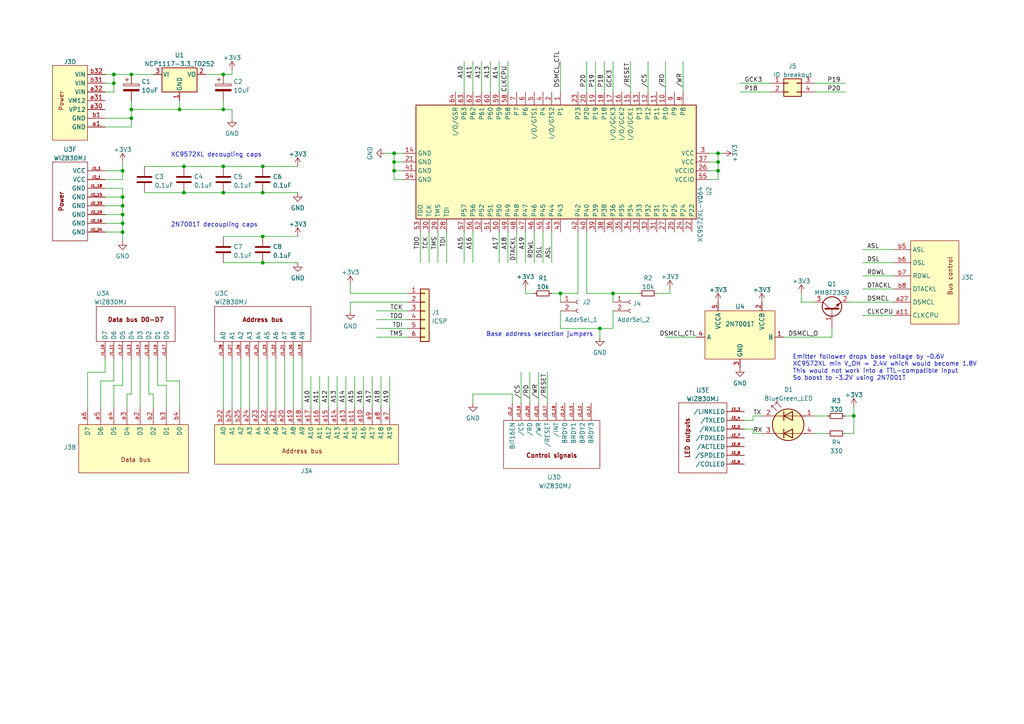
<source format=kicad_sch>
(kicad_sch (version 20211123) (generator eeschema)
  (paper "A4")
  (junction (at 64.77 21.59))
  (junction (at 35.56 49.53))
  (junction (at 35.56 62.23))
  (junction (at 35.56 57.15))
  (junction (at 53.34 55.88))
  (junction (at 53.34 48.26))
  (junction (at 52.07 31.75))
  (junction (at 35.56 67.31))
  (junction (at 177.8 85.09))
  (junction (at 76.2 68.58))
  (junction (at 33.02 24.13))
  (junction (at 173.99 95.25))
  (junction (at 64.77 48.26))
  (junction (at 64.77 55.88))
  (junction (at 35.56 64.77))
  (junction (at 114.3 49.53))
  (junction (at 38.1 31.75))
  (junction (at 35.56 59.69))
  (junction (at 208.28 46.99))
  (junction (at 114.3 46.99))
  (junction (at 64.77 31.75))
  (junction (at 38.1 21.59))
  (junction (at 76.2 76.2))
  (junction (at 114.3 44.45))
  (junction (at 208.28 44.45))
  (junction (at 76.2 55.88))
  (junction (at 38.1 34.29))
  (junction (at 33.02 21.59))
  (junction (at 247.65 120.65))
  (junction (at 208.28 49.53))
  (junction (at 76.2 48.26))
  (junction (at 162.56 85.09))
  (wire (pts (xy 43.18 114.3) (xy 43.18 104.14)))
  (wire (pts (xy 76.2 48.26) (xy 86.36 48.26)))
  (wire (pts (xy 101.6 87.63) (xy 101.6 90.17)))
  (wire (pts (xy 156.21 107.95) (xy 156.21 116.84)))
  (wire (pts (xy 137.16 76.2) (xy 137.16 67.31)))
  (wire (pts (xy 162.56 95.25) (xy 173.99 95.25)))
  (wire (pts (xy 205.74 52.07) (xy 208.28 52.07)))
  (wire (pts (xy 64.77 31.75) (xy 67.31 31.75)))
  (wire (pts (xy 154.94 67.31) (xy 154.94 76.2)))
  (wire (pts (xy 30.48 62.23) (xy 35.56 62.23)))
  (wire (pts (xy 167.64 67.31) (xy 167.64 85.09)))
  (wire (pts (xy 218.44 120.65) (xy 220.98 120.65)))
  (wire (pts (xy 30.48 57.15) (xy 35.56 57.15)))
  (wire (pts (xy 92.71 109.22) (xy 92.71 118.11)))
  (wire (pts (xy 144.78 76.2) (xy 144.78 67.31)))
  (wire (pts (xy 67.31 20.32) (xy 67.31 21.59)))
  (wire (pts (xy 127 76.2) (xy 127 67.31)))
  (wire (pts (xy 218.44 121.92) (xy 218.44 120.65)))
  (wire (pts (xy 53.34 48.26) (xy 64.77 48.26)))
  (wire (pts (xy 38.1 29.21) (xy 38.1 31.75)))
  (wire (pts (xy 48.26 118.11) (xy 48.26 111.76)))
  (wire (pts (xy 223.52 24.13) (xy 214.63 24.13)))
  (wire (pts (xy 64.77 31.75) (xy 52.07 31.75)))
  (wire (pts (xy 153.67 107.95) (xy 153.67 116.84)))
  (wire (pts (xy 144.78 17.78) (xy 144.78 26.67)))
  (wire (pts (xy 35.56 62.23) (xy 35.56 64.77)))
  (wire (pts (xy 48.26 111.76) (xy 45.72 111.76)))
  (wire (pts (xy 101.6 85.09) (xy 101.6 82.55)))
  (wire (pts (xy 116.84 49.53) (xy 114.3 49.53)))
  (wire (pts (xy 90.17 109.22) (xy 90.17 118.11)))
  (wire (pts (xy 236.22 26.67) (xy 245.11 26.67)))
  (wire (pts (xy 36.83 118.11) (xy 36.83 114.3)))
  (wire (pts (xy 30.48 54.61) (xy 35.56 54.61)))
  (wire (pts (xy 64.77 68.58) (xy 76.2 68.58)))
  (wire (pts (xy 173.99 95.25) (xy 173.99 97.79)))
  (wire (pts (xy 64.77 104.14) (xy 64.77 118.11)))
  (wire (pts (xy 35.56 67.31) (xy 30.48 67.31)))
  (wire (pts (xy 148.59 116.84) (xy 148.59 114.3)))
  (wire (pts (xy 80.01 104.14) (xy 80.01 118.11)))
  (wire (pts (xy 236.22 125.73) (xy 240.03 125.73)))
  (wire (pts (xy 201.93 97.79) (xy 193.04 97.79)))
  (wire (pts (xy 109.22 95.25) (xy 118.11 95.25)))
  (wire (pts (xy 44.45 114.3) (xy 43.18 114.3)))
  (wire (pts (xy 35.56 59.69) (xy 35.56 62.23)))
  (wire (pts (xy 208.28 49.53) (xy 208.28 46.99)))
  (wire (pts (xy 105.41 109.22) (xy 105.41 118.11)))
  (wire (pts (xy 64.77 76.2) (xy 76.2 76.2)))
  (wire (pts (xy 82.55 104.14) (xy 82.55 118.11)))
  (wire (pts (xy 64.77 48.26) (xy 76.2 48.26)))
  (wire (pts (xy 250.19 76.2) (xy 259.08 76.2)))
  (wire (pts (xy 157.48 67.31) (xy 157.48 76.2)))
  (wire (pts (xy 38.1 36.83) (xy 38.1 34.29)))
  (wire (pts (xy 215.9 124.46) (xy 218.44 124.46)))
  (wire (pts (xy 208.28 46.99) (xy 208.28 44.45)))
  (wire (pts (xy 38.1 21.59) (xy 44.45 21.59)))
  (wire (pts (xy 158.75 107.95) (xy 158.75 116.84)))
  (wire (pts (xy 25.4 107.95) (xy 30.48 107.95)))
  (wire (pts (xy 35.56 49.53) (xy 30.48 49.53)))
  (wire (pts (xy 30.48 59.69) (xy 35.56 59.69)))
  (wire (pts (xy 137.16 17.78) (xy 137.16 26.67)))
  (wire (pts (xy 177.8 90.17) (xy 177.8 95.25)))
  (wire (pts (xy 25.4 118.11) (xy 25.4 107.95)))
  (wire (pts (xy 162.56 85.09) (xy 162.56 87.63)))
  (wire (pts (xy 113.03 109.22) (xy 113.03 118.11)))
  (wire (pts (xy 147.32 76.2) (xy 147.32 67.31)))
  (wire (pts (xy 30.48 24.13) (xy 33.02 24.13)))
  (wire (pts (xy 97.79 109.22) (xy 97.79 118.11)))
  (wire (pts (xy 218.44 125.73) (xy 220.98 125.73)))
  (wire (pts (xy 29.21 110.49) (xy 33.02 110.49)))
  (wire (pts (xy 182.88 17.78) (xy 182.88 26.67)))
  (wire (pts (xy 72.39 104.14) (xy 72.39 118.11)))
  (wire (pts (xy 160.02 85.09) (xy 162.56 85.09)))
  (wire (pts (xy 134.62 17.78) (xy 134.62 26.67)))
  (wire (pts (xy 209.55 44.45) (xy 208.28 44.45)))
  (wire (pts (xy 170.18 67.31) (xy 170.18 85.09)))
  (wire (pts (xy 139.7 17.78) (xy 139.7 26.67)))
  (wire (pts (xy 85.09 104.14) (xy 85.09 118.11)))
  (wire (pts (xy 107.95 109.22) (xy 107.95 118.11)))
  (wire (pts (xy 124.46 76.2) (xy 124.46 67.31)))
  (wire (pts (xy 38.1 31.75) (xy 52.07 31.75)))
  (wire (pts (xy 246.38 87.63) (xy 259.08 87.63)))
  (wire (pts (xy 167.64 85.09) (xy 162.56 85.09)))
  (wire (pts (xy 41.91 48.26) (xy 53.34 48.26)))
  (wire (pts (xy 247.65 118.11) (xy 247.65 120.65)))
  (wire (pts (xy 64.77 29.21) (xy 64.77 31.75)))
  (wire (pts (xy 35.56 69.85) (xy 35.56 67.31)))
  (wire (pts (xy 76.2 68.58) (xy 86.36 68.58)))
  (wire (pts (xy 30.48 26.67) (xy 33.02 26.67)))
  (wire (pts (xy 33.02 24.13) (xy 33.02 21.59)))
  (wire (pts (xy 250.19 80.01) (xy 259.08 80.01)))
  (wire (pts (xy 44.45 118.11) (xy 44.45 114.3)))
  (wire (pts (xy 76.2 55.88) (xy 86.36 55.88)))
  (wire (pts (xy 177.8 95.25) (xy 173.99 95.25)))
  (wire (pts (xy 38.1 114.3) (xy 38.1 104.14)))
  (wire (pts (xy 245.11 125.73) (xy 247.65 125.73)))
  (wire (pts (xy 205.74 49.53) (xy 208.28 49.53)))
  (wire (pts (xy 35.56 46.99) (xy 35.56 49.53)))
  (wire (pts (xy 177.8 85.09) (xy 177.8 87.63)))
  (wire (pts (xy 245.11 120.65) (xy 247.65 120.65)))
  (wire (pts (xy 67.31 104.14) (xy 67.31 118.11)))
  (wire (pts (xy 232.41 87.63) (xy 232.41 85.09)))
  (wire (pts (xy 162.56 90.17) (xy 162.56 95.25)))
  (wire (pts (xy 137.16 114.3) (xy 137.16 116.84)))
  (wire (pts (xy 29.21 118.11) (xy 29.21 110.49)))
  (wire (pts (xy 177.8 85.09) (xy 185.42 85.09)))
  (wire (pts (xy 147.32 17.78) (xy 147.32 26.67)))
  (wire (pts (xy 41.91 55.88) (xy 53.34 55.88)))
  (wire (pts (xy 116.84 52.07) (xy 114.3 52.07)))
  (wire (pts (xy 30.48 36.83) (xy 38.1 36.83)))
  (wire (pts (xy 30.48 107.95) (xy 30.48 104.14)))
  (wire (pts (xy 53.34 55.88) (xy 64.77 55.88)))
  (wire (pts (xy 193.04 26.67) (xy 193.04 17.78)))
  (wire (pts (xy 198.12 26.67) (xy 198.12 17.78)))
  (wire (pts (xy 250.19 72.39) (xy 259.08 72.39)))
  (wire (pts (xy 36.83 114.3) (xy 38.1 114.3)))
  (wire (pts (xy 137.16 114.3) (xy 148.59 114.3)))
  (wire (pts (xy 35.56 64.77) (xy 35.56 67.31)))
  (wire (pts (xy 247.65 120.65) (xy 247.65 125.73)))
  (wire (pts (xy 69.85 104.14) (xy 69.85 118.11)))
  (wire (pts (xy 109.22 90.17) (xy 118.11 90.17)))
  (wire (pts (xy 45.72 111.76) (xy 45.72 104.14)))
  (wire (pts (xy 116.84 46.99) (xy 114.3 46.99)))
  (wire (pts (xy 114.3 46.99) (xy 114.3 44.45)))
  (wire (pts (xy 30.48 21.59) (xy 33.02 21.59)))
  (wire (pts (xy 114.3 49.53) (xy 114.3 46.99)))
  (wire (pts (xy 215.9 121.92) (xy 218.44 121.92)))
  (wire (pts (xy 67.31 31.75) (xy 67.31 34.29)))
  (wire (pts (xy 33.02 110.49) (xy 33.02 104.14)))
  (wire (pts (xy 160.02 67.31) (xy 160.02 76.2)))
  (wire (pts (xy 59.69 21.59) (xy 64.77 21.59)))
  (wire (pts (xy 30.48 52.07) (xy 35.56 52.07)))
  (wire (pts (xy 40.64 118.11) (xy 40.64 104.14)))
  (wire (pts (xy 152.4 83.82) (xy 152.4 85.09)))
  (wire (pts (xy 116.84 44.45) (xy 114.3 44.45)))
  (wire (pts (xy 33.02 21.59) (xy 38.1 21.59)))
  (wire (pts (xy 74.93 104.14) (xy 74.93 118.11)))
  (wire (pts (xy 190.5 85.09) (xy 194.31 85.09)))
  (wire (pts (xy 110.49 109.22) (xy 110.49 118.11)))
  (wire (pts (xy 187.96 17.78) (xy 187.96 26.67)))
  (wire (pts (xy 205.74 46.99) (xy 208.28 46.99)))
  (wire (pts (xy 208.28 52.07) (xy 208.28 49.53)))
  (wire (pts (xy 172.72 17.78) (xy 172.72 26.67)))
  (wire (pts (xy 33.02 111.76) (xy 35.56 111.76)))
  (wire (pts (xy 76.2 76.2) (xy 86.36 76.2)))
  (wire (pts (xy 30.48 34.29) (xy 38.1 34.29)))
  (wire (pts (xy 250.19 91.44) (xy 259.08 91.44)))
  (wire (pts (xy 194.31 85.09) (xy 194.31 83.82)))
  (wire (pts (xy 118.11 87.63) (xy 101.6 87.63)))
  (wire (pts (xy 33.02 118.11) (xy 33.02 111.76)))
  (wire (pts (xy 67.31 21.59) (xy 64.77 21.59)))
  (wire (pts (xy 250.19 83.82) (xy 259.08 83.82)))
  (wire (pts (xy 30.48 64.77) (xy 35.56 64.77)))
  (wire (pts (xy 95.25 109.22) (xy 95.25 118.11)))
  (wire (pts (xy 35.56 57.15) (xy 35.56 59.69)))
  (wire (pts (xy 142.24 17.78) (xy 142.24 26.67)))
  (wire (pts (xy 100.33 109.22) (xy 100.33 118.11)))
  (wire (pts (xy 118.11 85.09) (xy 101.6 85.09)))
  (wire (pts (xy 170.18 17.78) (xy 170.18 26.67)))
  (wire (pts (xy 38.1 34.29) (xy 38.1 31.75)))
  (wire (pts (xy 109.22 97.79) (xy 118.11 97.79)))
  (wire (pts (xy 162.56 26.67) (xy 162.56 17.78)))
  (wire (pts (xy 64.77 55.88) (xy 76.2 55.88)))
  (wire (pts (xy 151.13 107.95) (xy 151.13 116.84)))
  (wire (pts (xy 170.18 85.09) (xy 177.8 85.09)))
  (wire (pts (xy 77.47 104.14) (xy 77.47 118.11)))
  (wire (pts (xy 121.92 76.2) (xy 121.92 67.31)))
  (wire (pts (xy 35.56 111.76) (xy 35.56 104.14)))
  (wire (pts (xy 236.22 24.13) (xy 245.11 24.13)))
  (wire (pts (xy 35.56 54.61) (xy 35.56 57.15)))
  (wire (pts (xy 208.28 44.45) (xy 205.74 44.45)))
  (wire (pts (xy 152.4 67.31) (xy 152.4 76.2)))
  (wire (pts (xy 33.02 26.67) (xy 33.02 24.13)))
  (wire (pts (xy 227.33 97.79) (xy 241.3 97.79)))
  (wire (pts (xy 129.54 76.2) (xy 129.54 67.31)))
  (wire (pts (xy 149.86 76.2) (xy 149.86 67.31)))
  (wire (pts (xy 52.07 110.49) (xy 48.26 110.49)))
  (wire (pts (xy 52.07 118.11) (xy 52.07 110.49)))
  (wire (pts (xy 114.3 44.45) (xy 111.76 44.45)))
  (wire (pts (xy 241.3 97.79) (xy 241.3 95.25)))
  (wire (pts (xy 236.22 87.63) (xy 232.41 87.63)))
  (wire (pts (xy 109.22 92.71) (xy 118.11 92.71)))
  (wire (pts (xy 134.62 76.2) (xy 134.62 67.31)))
  (wire (pts (xy 177.8 17.78) (xy 177.8 26.67)))
  (wire (pts (xy 35.56 52.07) (xy 35.56 49.53)))
  (wire (pts (xy 52.07 29.21) (xy 52.07 31.75)))
  (wire (pts (xy 102.87 109.22) (xy 102.87 118.11)))
  (wire (pts (xy 114.3 52.07) (xy 114.3 49.53)))
  (wire (pts (xy 218.44 124.46) (xy 218.44 125.73)))
  (wire (pts (xy 223.52 26.67) (xy 214.63 26.67)))
  (wire (pts (xy 236.22 120.65) (xy 240.03 120.65)))
  (wire (pts (xy 175.26 17.78) (xy 175.26 26.67)))
  (wire (pts (xy 152.4 85.09) (xy 154.94 85.09)))
  (wire (pts (xy 48.26 110.49) (xy 48.26 104.14)))
  (wire (pts (xy 87.63 104.14) (xy 87.63 118.11)))
  (text "Emitter follower drops base voltage by ~0.6V\nXC9572XL min V_OH = 2.4V which would become 1.8V\nThis would not work into a TTL-compatible input\nSo boost to ~3.2V using 2N7001T" (at 229.87 110.49 0) (effects (font (size 1.27 1.27)) (justify left bottom)))
  (text "XC9572XL decoupling caps" (at 49.53 45.72 0) (effects (font (size 1.27 1.27)) (justify left bottom)))
  (text "Base address selection jumpers" (at 140.97 97.79 0) (effects (font (size 1.27 1.27)) (justify left bottom)))
  (text "2N7001T decoupling caps" (at 49.53 66.04 0) (effects (font (size 1.27 1.27)) (justify left bottom)))
  (label "TX" (at 218.44 120.65 0))
  (label "RDWL" (at 251.46 80.01 0))
  (label "GCK3" (at 177.8 25.4 90))
  (label "A15" (at 134.62 72.39 90))
  (label "A19" (at 113.03 116.84 90))
  (label "A14" (at 100.33 116.84 90))
  (label "A11" (at 92.71 116.84 90))
  (label "A17" (at 144.78 72.39 90))
  (label "{slash}WR" (at 198.12 25.4 90))
  (label "DSMCL_CTL" (at 162.56 25.4 90))
  (label "CLKCPU" (at 147.32 19.05 270))
  (label "A12" (at 139.7 19.05 270))
  (label "{slash}RESET" (at 182.88 25.4 90))
  (label "A18" (at 147.32 72.39 90))
  (label "{slash}CS" (at 151.13 115.57 90))
  (label "A18" (at 110.49 116.84 90))
  (label "ASL" (at 251.46 72.39 0))
  (label "A17" (at 107.95 116.84 90))
  (label "CLKCPU" (at 251.46 91.44 0))
  (label "P20" (at 170.18 25.4 90))
  (label "GCK3" (at 215.9 24.13 0))
  (label "A16" (at 137.16 72.39 90))
  (label "A14" (at 144.78 22.86 90))
  (label "P18" (at 175.26 25.4 90))
  (label "A16" (at 105.41 116.84 90))
  (label "TDO" (at 116.84 92.71 180))
  (label "{slash}RD" (at 153.67 115.57 90))
  (label "P20" (at 243.84 26.67 180))
  (label "A13" (at 97.79 116.84 90))
  (label "DSMCL_O" (at 228.6 97.79 0))
  (label "ASL" (at 160.02 74.93 90))
  (label "DSL" (at 157.48 74.93 90))
  (label "TDI" (at 129.54 68.58 270))
  (label "{slash}RD" (at 193.04 25.4 90))
  (label "DSMCL" (at 251.46 87.63 0))
  (label "TCK" (at 116.84 90.17 180))
  (label "DTACKL" (at 251.46 83.82 0))
  (label "A19" (at 152.4 72.39 90))
  (label "DTACKL" (at 149.86 68.58 270))
  (label "A15" (at 102.87 116.84 90))
  (label "TMS" (at 127 68.58 270))
  (label "A12" (at 95.25 116.84 90))
  (label "{slash}CS" (at 187.96 25.4 90))
  (label "A10" (at 134.62 19.05 270))
  (label "{slash}RESET" (at 158.75 115.57 90))
  (label "P19" (at 172.72 25.4 90))
  (label "TCK" (at 124.46 68.58 270))
  (label "TDO" (at 121.92 68.58 270))
  (label "P18" (at 215.9 26.67 0))
  (label "RX" (at 218.44 125.73 0))
  (label "DSMCL_CTL" (at 201.93 97.79 180))
  (label "A11" (at 137.16 19.05 270))
  (label "DSL" (at 251.46 76.2 0))
  (label "A10" (at 90.17 116.84 90))
  (label "TMS" (at 116.84 97.79 180))
  (label "P19" (at 243.84 24.13 180))
  (label "TDI" (at 116.84 95.25 180))
  (label "A13" (at 142.24 19.05 270))
  (label "{slash}WR" (at 156.21 115.57 90))
  (label "RDWL" (at 154.94 74.93 90))
  (symbol (lib_id "ppe_QL:WIZ830MJ") (at 17.78 40.64 0) (unit 6)
    (property "Reference" "U3" (at 20.32 43.341 0))
    (property "Value" "WIZ830MJ" (at 20.32 45.8779 0))
    (property "Footprint" "ppe:WIZ830MJ" (effects hide))
  )
  (symbol (lib_id "power:GND") (at 173.99 97.79 0) (unit 1)
    (property "Reference" "#PWR06" (effects hide))
    (property "Value" "GND" (at 173.99 102.2334 0))
  )
  (symbol (lib_id "ppe_QL:2N7001T") (at 214.63 92.71 0) (unit 1)
    (property "Reference" "U4" (at 214.63 88.9 0))
    (property "Value" "2N7001T" (at 214.63 93.98 0))
    (property "Footprint" "Package_TO_SOT_SMD:SOT-353_SC-70-5_Handsoldering" (effects hide))
    (property "Datasheet" "  (symbol \"power:+3V3\" (power) (pin_names (offset 0)) (in_bom yes) (on_board yes)" (effects hide))
  )
  (symbol (lib_id "Device:C") (at 64.77 72.39 0) (unit 1)
    (property "Reference" "C7" (at 67.691 71.5553 0) (effects (justify left)))
    (property "Value" "0.1uF" (at 67.691 74.0922 0) (effects (justify left)))
    (property "Footprint" "Capacitor_SMD:C_0603_1608Metric_Pad1.08x0.95mm_HandSolder" (effects hide))
  )
  (symbol (lib_id "Device:C") (at 41.91 52.07 0) (unit 1)
    (property "Reference" "C3" (at 44.831 51.2353 0) (effects (justify left)))
    (property "Value" "0.1uF" (at 44.831 53.7722 0) (effects (justify left)))
    (property "Footprint" "Capacitor_SMD:C_0603_1608Metric_Pad1.08x0.95mm_HandSolder" (effects hide))
  )
  (symbol (lib_id "power:+3V3") (at 209.55 44.45 270) (unit 1)
    (property "Reference" "#PWR0105" (effects hide))
    (property "Value" "+3V3" (at 213.1258 44.45 0))
  )
  (symbol (lib_id "power:+3V3") (at 152.4 83.82 0) (unit 1)
    (property "Reference" "#PWR05" (effects hide))
    (property "Value" "+3V3" (at 152.4 80.2442 0))
  )
  (symbol (lib_id "power:+3V3") (at 194.31 83.82 0) (unit 1)
    (property "Reference" "#PWR07" (effects hide))
    (property "Value" "+3V3" (at 194.31 80.2442 0))
  )
  (symbol (lib_id "Device:R_Small") (at 157.48 85.09 90) (unit 1)
    (property "Reference" "R1" (at 157.48 80.6536 90))
    (property "Value" "10k" (at 157.48 83.1905 90))
    (property "Footprint" "Resistor_SMD:R_0805_2012Metric_Pad1.20x1.40mm_HandSolder" (effects hide))
  )
  (symbol (lib_id "ppe_QL:WIZ830MJ") (at 55.88 93.98 270) (mirror x) (unit 1)
    (property "Reference" "U3" (at 31.75 85.09 90) (effects (justify right)))
    (property "Value" "WIZ830MJ" (at 36.83 87.63 90) (effects (justify right)))
    (property "Footprint" "ppe:WIZ830MJ" (effects hide))
  )
  (symbol (lib_id "CPLD_Xilinx:XC9572XL-VQ64") (at 162.56 46.99 270) (unit 1)
    (property "Reference" "U2" (at 205.6298 54.0894 0) (effects (justify left)))
    (property "Value" "XC9572XL-VQ64" (at 203.0929 54.0894 0) (effects (justify left)))
    (property "Footprint" "Package_QFP:TQFP-64_10x10mm_P0.5mm" (effects hide))
    (property "Datasheet" "http://www.xilinx.com/support/documentation/data_sheets/ds057.pdf" (effects hide))
  )
  (symbol (lib_id "power:+3V3") (at 35.56 46.99 0) (unit 1)
    (property "Reference" "#PWR01" (effects hide))
    (property "Value" "+3V3" (at 35.56 43.4142 0))
  )
  (symbol (lib_id "power:+3V3") (at 86.36 68.58 0) (unit 1)
    (property "Reference" "#PWR011" (effects hide))
    (property "Value" "+3V3" (at 86.36 65.0042 0))
  )
  (symbol (lib_id "ppe_QL:WIZ830MJ") (at 203.2 111.76 0) (unit 5)
    (property "Reference" "U3" (at 203.835 113.191 0))
    (property "Value" "WIZ830MJ" (at 203.835 115.7279 0))
    (property "Footprint" "ppe:WIZ830MJ" (effects hide))
  )
  (symbol (lib_id "power:+3V3") (at 86.36 48.26 0) (unit 1)
    (property "Reference" "#PWR0103" (effects hide))
    (property "Value" "+3V3" (at 86.36 44.6842 0))
  )
  (symbol (lib_name "Expansion_connector_2") (lib_id "ppe_QL:Expansion_connector") (at 252.73 80.01 0) (unit 3)
    (property "Reference" "J3" (at 278.8412 80.4438 0) (effects (justify left)))
    (property "Value" "Expansion_connector" (effects hide))
    (property "Footprint" "ppe:DIN41612_B_2x32_Female_Horizontal_THT" (effects hide))
  )
  (symbol (lib_id "ppe_QL:Expansion_connector") (at 87.63 149.86 90) (mirror x) (unit 1)
    (property "Reference" "J3" (at 88.9 136.5996 90))
    (property "Value" "Expansion_connector" (effects hide))
    (property "Footprint" "ppe:DIN41612_B_2x32_Female_Horizontal_THT" (effects hide))
  )
  (symbol (lib_id "power:+3V3") (at 101.6 82.55 0) (unit 1)
    (property "Reference" "#PWR03" (effects hide))
    (property "Value" "+3V3" (at 101.6 78.9742 0))
  )
  (symbol (lib_id "power:+3V3") (at 208.28 87.63 0) (unit 1)
    (property "Reference" "#PWR08" (effects hide))
    (property "Value" "+3V3" (at 208.28 84.0542 0))
  )
  (symbol (lib_id "Connector_Generic:Conn_01x06") (at 123.19 90.17 0) (unit 1)
    (property "Reference" "J1" (at 125.222 90.6053 0) (effects (justify left)))
    (property "Value" "ICSP" (at 125.222 93.1422 0) (effects (justify left)))
    (property "Footprint" "Connector_PinHeader_2.54mm:PinHeader_1x06_P2.54mm_Vertical" (effects hide))
  )
  (symbol (lib_id "power:GND") (at 137.16 116.84 0) (unit 1)
    (property "Reference" "#PWR0108" (effects hide))
    (property "Value" "GND" (at 137.16 121.2834 0))
  )
  (symbol (lib_id "Device:C") (at 64.77 52.07 0) (unit 1)
    (property "Reference" "C5" (at 67.691 51.2353 0) (effects (justify left)))
    (property "Value" "0.1uF" (at 67.691 53.7722 0) (effects (justify left)))
    (property "Footprint" "Capacitor_SMD:C_0603_1608Metric_Pad1.08x0.95mm_HandSolder" (effects hide))
  )
  (symbol (lib_id "power:+3V3") (at 247.65 118.11 0) (unit 1)
    (property "Reference" "#PWR0109" (effects hide))
    (property "Value" "+3V3" (at 247.65 114.5342 0))
  )
  (symbol (lib_id "power:GND") (at 101.6 90.17 0) (unit 1)
    (property "Reference" "#PWR04" (effects hide))
    (property "Value" "GND" (at 101.6 94.6134 0))
  )
  (symbol (lib_id "power:GND") (at 67.31 34.29 0) (unit 1)
    (property "Reference" "#PWR0101" (effects hide))
    (property "Value" "GND" (at 67.31 38.7334 0))
  )
  (symbol (lib_id "Device:R_Small") (at 187.96 85.09 90) (unit 1)
    (property "Reference" "R2" (at 187.96 80.6536 90))
    (property "Value" "10k" (at 187.96 83.1905 90))
    (property "Footprint" "Resistor_SMD:R_0805_2012Metric_Pad1.20x1.40mm_HandSolder" (effects hide))
  )
  (symbol (lib_id "Connector_Generic:Conn_02x02_Top_Bottom") (at 228.6 24.13 0) (unit 1)
    (property "Reference" "J5" (at 229.87 19.1602 0))
    (property "Value" "IO breakout" (at 229.87 21.6971 0))
    (property "Footprint" "Connector_PinHeader_2.54mm:PinHeader_1x04_P2.54mm_Vertical" (effects hide))
  )
  (symbol (lib_id "Connector:Conn_01x02_Female") (at 167.64 87.63 0) (unit 1)
    (property "Reference" "J2" (at 168.91 87.63 0) (effects (justify left)))
    (property "Value" "AddrSel_1" (at 163.83 92.71 0) (effects (justify left)))
    (property "Footprint" "Connector_PinHeader_2.54mm:PinHeader_1x02_P2.54mm_Vertical" (effects hide))
  )
  (symbol (lib_id "ppe_QL:WIZ830MJ") (at 57.15 93.98 90) (unit 3)
    (property "Reference" "U3" (at 62.23 85.09 90) (effects (justify right)))
    (property "Value" "WIZ830MJ" (at 62.23 87.6269 90) (effects (justify right)))
    (property "Footprint" "ppe:WIZ830MJ" (effects hide))
  )
  (symbol (lib_id "ppe_QL:MMBT2369") (at 241.3 90.17 90) (unit 1)
    (property "Reference" "Q1" (at 241.3 82.3808 90))
    (property "Value" "MMBT2369" (at 241.3 84.9177 90))
    (property "Footprint" "Package_TO_SOT_SMD:SOT-23" (effects hide))
    (property "Datasheet" "https://www.mouser.fi/datasheet/2/308/MMBT2369LT1_D-1811513.pdf" (effects hide))
  )
  (symbol (lib_id "Device:C_Polarized") (at 64.77 25.4 0) (unit 1)
    (property "Reference" "C2" (at 67.691 23.6763 0) (effects (justify left)))
    (property "Value" "10uF" (at 67.691 26.2132 0) (effects (justify left)))
    (property "Footprint" "Capacitor_Tantalum_SMD:CP_EIA-6032-20_AVX-F_Pad2.25x2.35mm_HandSolder" (effects hide))
  )
  (symbol (lib_id "Device:C") (at 76.2 72.39 0) (unit 1)
    (property "Reference" "C8" (at 79.121 71.5553 0) (effects (justify left)))
    (property "Value" "0.1uF" (at 79.121 74.0922 0) (effects (justify left)))
    (property "Footprint" "Capacitor_SMD:C_0603_1608Metric_Pad1.08x0.95mm_HandSolder" (effects hide))
  )
  (symbol (lib_id "Device:C") (at 76.2 52.07 0) (unit 1)
    (property "Reference" "C6" (at 79.121 51.2353 0) (effects (justify left)))
    (property "Value" "0.1uF" (at 79.121 53.7722 0) (effects (justify left)))
    (property "Footprint" "Capacitor_SMD:C_0603_1608Metric_Pad1.08x0.95mm_HandSolder" (effects hide))
  )
  (symbol (lib_id "power:GND") (at 86.36 76.2 0) (unit 1)
    (property "Reference" "#PWR012" (effects hide))
    (property "Value" "GND" (at 86.36 80.6434 0))
  )
  (symbol (lib_id "Device:C") (at 53.34 52.07 0) (unit 1)
    (property "Reference" "C4" (at 56.261 51.2353 0) (effects (justify left)))
    (property "Value" "0.1uF" (at 56.261 53.7722 0) (effects (justify left)))
    (property "Footprint" "Capacitor_SMD:C_0603_1608Metric_Pad1.08x0.95mm_HandSolder" (effects hide))
  )
  (symbol (lib_id "power:+3V3") (at 232.41 85.09 0) (unit 1)
    (property "Reference" "#PWR0107" (effects hide))
    (property "Value" "+3V3" (at 232.41 81.5142 0))
  )
  (symbol (lib_id "Device:R_Small") (at 242.57 125.73 90) (unit 1)
    (property "Reference" "R4" (at 242.57 128.2731 90))
    (property "Value" "330" (at 242.57 130.81 90))
    (property "Footprint" "Resistor_SMD:R_0805_2012Metric_Pad1.20x1.40mm_HandSolder" (effects hide))
  )
  (symbol (lib_name "Expansion_connector_3") (lib_id "ppe_QL:Expansion_connector") (at 39.37 129.54 270) (unit 2)
    (property "Reference" "J3" (at 22.1488 129.7412 90) (effects (justify right)))
    (property "Value" "Expansion_connector" (effects hide))
    (property "Footprint" "ppe:DIN41612_B_2x32_Female_Horizontal_THT" (effects hide))
  )
  (symbol (lib_id "power:GND") (at 111.76 44.45 270) (unit 1)
    (property "Reference" "#PWR0104" (effects hide))
    (property "Value" "GND" (at 107.3166 44.45 0))
  )
  (symbol (lib_id "Device:LED_Dual_AKKA") (at 228.6 123.19 0) (mirror y) (unit 1)
    (property "Reference" "D1" (at 228.727 113.0132 0))
    (property "Value" "BlueGreen_LED" (at 228.727 115.5501 0))
    (property "Footprint" "ppe:LED_Dual_BG_2.0x1.25_Kingbright" (effects hide))
  )
  (symbol (lib_id "Regulator_Linear:NCP1117-3.3_TO252") (at 52.07 21.59 0) (unit 1)
    (property "Reference" "U1" (at 52.07 15.9852 0))
    (property "Value" "NCP1117-3.3_TO252" (at 52.07 18.5221 0))
    (property "Footprint" "ppe:NCP1117 TO-252-2" (effects hide))
    (property "Datasheet" "http://www.onsemi.com/pub_link/Collateral/NCP1117-D.PDF" (effects hide))
  )
  (symbol (lib_id "power:+3V3") (at 220.98 87.63 0) (unit 1)
    (property "Reference" "#PWR010" (effects hide))
    (property "Value" "+3V3" (at 220.98 84.0542 0))
  )
  (symbol (lib_name "Expansion_connector_1") (lib_id "ppe_QL:Expansion_connector") (at 30.48 69.85 180) (unit 4)
    (property "Reference" "J3" (at 20.32 17.938 0))
    (property "Value" "Expansion_connector" (effects hide))
    (property "Footprint" "ppe:DIN41612_B_2x32_Female_Horizontal_THT" (effects hide))
  )
  (symbol (lib_id "power:GND") (at 214.63 106.68 0) (unit 1)
    (property "Reference" "#PWR09" (effects hide))
    (property "Value" "GND" (at 214.63 111.1234 0))
  )
  (symbol (lib_id "Device:C_Polarized") (at 38.1 25.4 0) (unit 1)
    (property "Reference" "C1" (at 41.021 23.6763 0) (effects (justify left)))
    (property "Value" "10uF" (at 41.021 26.2132 0) (effects (justify left)))
    (property "Footprint" "Capacitor_Tantalum_SMD:CP_EIA-6032-20_AVX-F_Pad2.25x2.35mm_HandSolder" (effects hide))
  )
  (symbol (lib_id "power:+3V3") (at 67.31 20.32 0) (unit 1)
    (property "Reference" "#PWR0106" (effects hide))
    (property "Value" "+3V3" (at 67.31 16.7442 0))
  )
  (symbol (lib_id "ppe_QL:WIZ830MJ") (at 140.97 128.27 90) (unit 4)
    (property "Reference" "U3" (at 158.75 138.43 90) (effects (justify right)))
    (property "Value" "WIZ830MJ" (at 156.21 140.97 90) (effects (justify right)))
    (property "Footprint" "ppe:WIZ830MJ" (effects hide))
  )
  (symbol (lib_id "power:GND") (at 35.56 69.85 0) (unit 1)
    (property "Reference" "#PWR02" (effects hide))
    (property "Value" "GND" (at 35.56 74.2934 0))
  )
  (symbol (lib_id "Device:R_Small") (at 242.57 120.65 90) (unit 1)
    (property "Reference" "R3" (at 242.57 116.2136 90))
    (property "Value" "330" (at 242.57 118.7505 90))
    (property "Footprint" "Resistor_SMD:R_0805_2012Metric_Pad1.20x1.40mm_HandSolder" (effects hide))
  )
  (symbol (lib_id "Connector:Conn_01x02_Female") (at 182.88 87.63 0) (unit 1)
    (property "Reference" "J4" (at 183.5912 88.0653 0) (effects (justify left)))
    (property "Value" "AddrSel_2" (at 179.07 92.71 0) (effects (justify left)))
    (property "Footprint" "Connector_PinHeader_2.54mm:PinHeader_1x02_P2.54mm_Vertical" (effects hide))
  )
  (symbol (lib_id "power:GND") (at 86.36 55.88 0) (unit 1)
    (property "Reference" "#PWR0102" (effects hide))
    (property "Value" "GND" (at 86.36 60.3234 0))
  )
)
</source>
